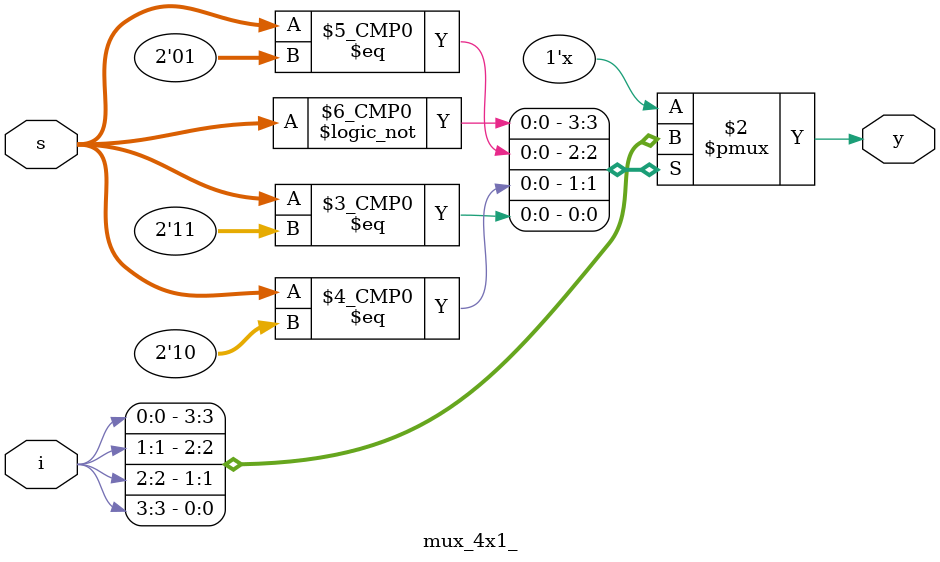
<source format=v>
module mux_4x1_(i,s,y);
input [3:0] i;
input [1:0] s;
output reg y;
always @(*) begin
    case(s)
    2'b00 : y = i[0];
    2'b01 : y = i[1];
    2'b10 : y = i[2];
    2'b11 : y = i[3];

    endcase
end
    
endmodule
</source>
